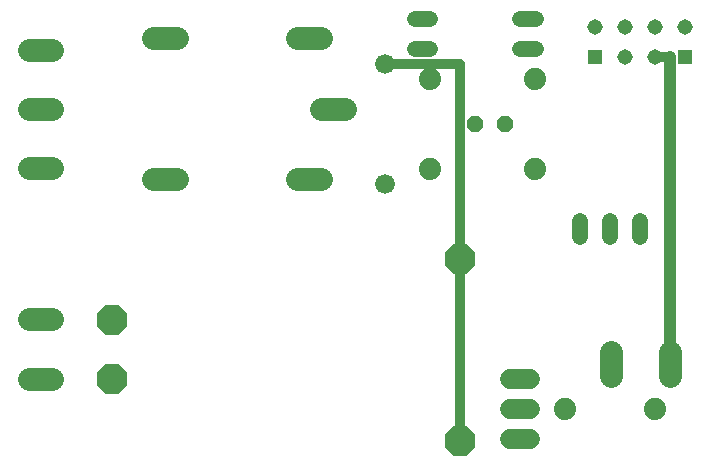
<source format=gbr>
G04 EAGLE Gerber X2 export*
%TF.Part,Single*%
%TF.FileFunction,Copper,L1,Top,Mixed*%
%TF.FilePolarity,Positive*%
%TF.GenerationSoftware,Autodesk,EAGLE,9.0.0*%
%TF.CreationDate,2018-06-01T03:22:50Z*%
G75*
%MOMM*%
%FSLAX34Y34*%
%LPD*%
%AMOC8*
5,1,8,0,0,1.08239X$1,22.5*%
G01*
%ADD10C,1.676400*%
%ADD11P,2.749271X8X22.500000*%
%ADD12C,1.676400*%
%ADD13C,1.981200*%
%ADD14P,1.429621X8X22.500000*%
%ADD15C,1.320800*%
%ADD16C,1.879600*%
%ADD17R,1.308000X1.308000*%
%ADD18C,1.308000*%
%ADD19C,0.812800*%
%ADD20C,1.016000*%


D10*
X355600Y241300D03*
X355600Y342900D03*
D11*
X418600Y24000D03*
X418600Y178000D03*
X124600Y76000D03*
X124600Y126000D03*
D12*
X461518Y76200D02*
X478282Y76200D01*
X478282Y50800D02*
X461518Y50800D01*
X461518Y25400D02*
X478282Y25400D01*
D13*
X321056Y304800D02*
X301244Y304800D01*
X300736Y364490D02*
X280924Y364490D01*
X280924Y245110D02*
X300736Y245110D01*
X178816Y245110D02*
X159004Y245110D01*
X159004Y364490D02*
X178816Y364490D01*
D14*
X431800Y292100D03*
X457200Y292100D03*
D15*
X393700Y381000D02*
X380492Y381000D01*
X380492Y355600D02*
X393700Y355600D01*
X469900Y355600D02*
X483108Y355600D01*
X483108Y381000D02*
X469900Y381000D01*
X520700Y209804D02*
X520700Y196596D01*
X571500Y196596D02*
X571500Y209804D01*
X546100Y209804D02*
X546100Y196596D01*
D16*
X482600Y330200D03*
X482600Y254000D03*
X584200Y50800D03*
X508000Y50800D03*
X393700Y254000D03*
X393700Y330200D03*
D17*
X609750Y348475D03*
X533550Y348475D03*
D18*
X584350Y348475D03*
X558950Y348475D03*
X558950Y373875D03*
X584350Y373875D03*
X609750Y373875D03*
X533550Y373875D03*
D13*
X73406Y354838D02*
X53594Y354838D01*
X53594Y304800D02*
X73406Y304800D01*
X73406Y254762D02*
X53594Y254762D01*
X53594Y126746D02*
X73406Y126746D01*
X73406Y76454D02*
X53594Y76454D01*
X596646Y78994D02*
X596646Y98806D01*
X546354Y98806D02*
X546354Y78994D01*
D19*
X418600Y342900D02*
X355600Y342900D01*
X418600Y342900D02*
X418600Y24000D01*
X584350Y348475D02*
X596646Y348475D01*
D20*
X596646Y88900D01*
M02*

</source>
